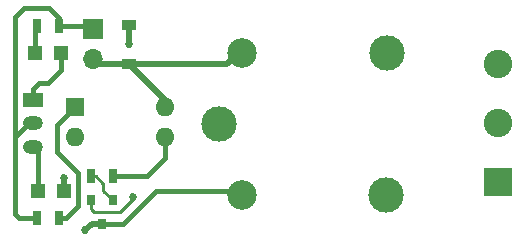
<source format=gtl>
%TF.GenerationSoftware,KiCad,Pcbnew,4.0.7-e2-6376~58~ubuntu16.04.1*%
%TF.CreationDate,2018-01-20T15:27:38+01:00*%
%TF.ProjectId,RelayModule,52656C61794D6F64756C652E6B696361,rev?*%
%TF.FileFunction,Copper,L1,Top,Signal*%
%FSLAX46Y46*%
G04 Gerber Fmt 4.6, Leading zero omitted, Abs format (unit mm)*
G04 Created by KiCad (PCBNEW 4.0.7-e2-6376~58~ubuntu16.04.1) date Sat Jan 20 15:27:38 2018*
%MOMM*%
%LPD*%
G01*
G04 APERTURE LIST*
%ADD10C,0.100000*%
%ADD11C,2.500000*%
%ADD12C,3.000000*%
%ADD13R,2.413000X2.413000*%
%ADD14C,2.413000*%
%ADD15R,1.700000X1.200000*%
%ADD16O,1.700000X1.200000*%
%ADD17R,1.200000X1.200000*%
%ADD18R,1.200000X0.900000*%
%ADD19R,1.700000X1.700000*%
%ADD20O,1.700000X1.700000*%
%ADD21R,0.800000X0.900000*%
%ADD22R,0.700000X1.300000*%
%ADD23R,1.600000X1.600000*%
%ADD24O,1.600000X1.600000*%
%ADD25C,0.685800*%
%ADD26C,0.300000*%
%ADD27C,0.400000*%
%ADD28C,0.254000*%
%ADD29C,0.500000*%
G04 APERTURE END LIST*
D10*
D11*
X20111000Y-16718000D03*
D12*
X32311000Y-16718000D03*
X32361000Y-4668000D03*
D11*
X20111000Y-4718000D03*
D12*
X18161000Y-10668000D03*
D13*
X41783000Y-15621000D03*
D14*
X41783000Y-10622280D03*
X41783000Y-5621020D03*
D15*
X2413000Y-8636000D03*
D16*
X2413000Y-10636000D03*
X2413000Y-12636000D03*
D17*
X2583000Y-4699000D03*
X4783000Y-4699000D03*
X5037000Y-16383000D03*
X2837000Y-16383000D03*
D18*
X10541000Y-5587000D03*
X10541000Y-2287000D03*
D19*
X7493000Y-2667000D03*
D20*
X7493000Y-5207000D03*
D21*
X9205000Y-17161000D03*
X7305000Y-17161000D03*
X8255000Y-19161000D03*
D22*
X4633000Y-2413000D03*
X2733000Y-2413000D03*
X4633000Y-18669000D03*
X2733000Y-18669000D03*
X7305000Y-15113000D03*
X9205000Y-15113000D03*
D23*
X5969000Y-9271000D03*
D24*
X13589000Y-11811000D03*
X5969000Y-11811000D03*
X13589000Y-9271000D03*
D25*
X10922000Y-16891000D03*
X5080000Y-15240000D03*
X10541000Y-3937000D03*
X6858000Y-19685000D03*
D26*
X2733000Y-2413000D02*
X2733000Y-2855000D01*
X2733000Y-2855000D02*
X2583000Y-3005000D01*
D27*
X2583000Y-3005000D02*
X2583000Y-4699000D01*
D28*
X7305000Y-17161000D02*
X7305000Y-17846000D01*
X10922000Y-17018000D02*
X10922000Y-16891000D01*
X9779000Y-18161000D02*
X10922000Y-17018000D01*
X7620000Y-18161000D02*
X9779000Y-18161000D01*
X7305000Y-17846000D02*
X7620000Y-18161000D01*
D27*
X4783000Y-4699000D02*
X4783000Y-6139000D01*
X2413000Y-7747000D02*
X2413000Y-8763000D01*
X2921000Y-7239000D02*
X2413000Y-7747000D01*
X3683000Y-7239000D02*
X2921000Y-7239000D01*
X4783000Y-6139000D02*
X3683000Y-7239000D01*
D29*
X5037000Y-15283000D02*
X5037000Y-16383000D01*
X5080000Y-15240000D02*
X5037000Y-15283000D01*
D27*
X2837000Y-16383000D02*
X2837000Y-13187000D01*
D26*
X2837000Y-13187000D02*
X2413000Y-12763000D01*
D29*
X13589000Y-9271000D02*
X13589000Y-8635000D01*
X13589000Y-8635000D02*
X10541000Y-5587000D01*
X10541000Y-5587000D02*
X18861000Y-5587000D01*
X18861000Y-5587000D02*
X20111000Y-4337000D01*
X10541000Y-5587000D02*
X7873000Y-5587000D01*
X7873000Y-5587000D02*
X7493000Y-5207000D01*
X8255000Y-19161000D02*
X7382000Y-19161000D01*
X10541000Y-3937000D02*
X10541000Y-2287000D01*
X7382000Y-19161000D02*
X6858000Y-19685000D01*
D27*
X8255000Y-19161000D02*
X10049000Y-19161000D01*
X12873000Y-16337000D02*
X20111000Y-16337000D01*
X10049000Y-19161000D02*
X12873000Y-16337000D01*
X889000Y-11811000D02*
X889000Y-1651000D01*
X4633000Y-1712000D02*
X4633000Y-2413000D01*
X3810000Y-889000D02*
X4633000Y-1712000D01*
X1651000Y-889000D02*
X3810000Y-889000D01*
X889000Y-1651000D02*
X1651000Y-889000D01*
X2413000Y-10763000D02*
X1937000Y-10763000D01*
X1937000Y-10763000D02*
X889000Y-11811000D01*
X889000Y-11811000D02*
X889000Y-18288000D01*
X889000Y-18288000D02*
X1270000Y-18669000D01*
X1270000Y-18669000D02*
X2733000Y-18669000D01*
X4633000Y-2413000D02*
X7239000Y-2413000D01*
D26*
X7239000Y-2413000D02*
X7493000Y-2667000D01*
D27*
X4633000Y-18669000D02*
X5207000Y-18669000D01*
X4445000Y-10795000D02*
X5969000Y-9271000D01*
X4445000Y-13081000D02*
X4445000Y-10795000D01*
X6223000Y-14859000D02*
X4445000Y-13081000D01*
X6223000Y-17653000D02*
X6223000Y-14859000D01*
X5207000Y-18669000D02*
X6223000Y-17653000D01*
X9205000Y-15113000D02*
X12065000Y-15113000D01*
X13589000Y-13589000D02*
X13589000Y-11811000D01*
X12065000Y-15113000D02*
X13589000Y-13589000D01*
D28*
X7305000Y-15113000D02*
X7747000Y-15113000D01*
X8382000Y-16338000D02*
X9205000Y-17161000D01*
X8382000Y-15748000D02*
X8382000Y-16338000D01*
X7747000Y-15113000D02*
X8382000Y-15748000D01*
M02*

</source>
